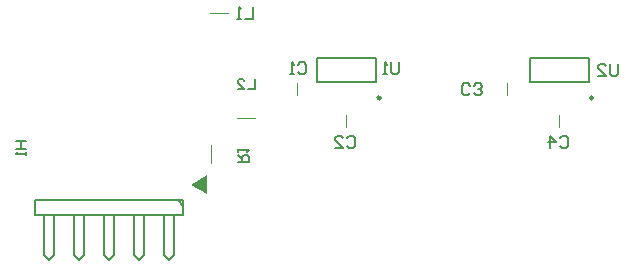
<source format=gbo>
G04 Layer_Color=32896*
%FSLAX23Y23*%
%MOIN*%
G70*
G01*
G75*
%ADD24C,0.008*%
%ADD25C,0.005*%
%ADD38C,0.010*%
%ADD39C,0.004*%
G36*
X-1173Y-675D02*
X-1227Y-645D01*
X-1173Y-610D01*
Y-675D01*
D02*
G37*
D24*
X-1253Y-745D02*
Y-695D01*
X-1746Y-745D02*
X-1253D01*
X-1746D02*
Y-695D01*
X-1283Y-878D02*
Y-745D01*
X-1300Y-895D02*
X-1283Y-878D01*
X-1317D02*
X-1300Y-895D01*
X-1317Y-878D02*
Y-745D01*
X-1383Y-878D02*
Y-745D01*
X-1400Y-895D02*
X-1383Y-878D01*
X-1417D02*
X-1400Y-895D01*
X-1417Y-878D02*
Y-745D01*
X-1483Y-878D02*
Y-745D01*
X-1500Y-895D02*
X-1483Y-878D01*
X-1517D02*
X-1500Y-895D01*
X-1517Y-878D02*
Y-745D01*
X-1583Y-878D02*
Y-745D01*
X-1600Y-895D02*
X-1583Y-878D01*
X-1617D02*
X-1600Y-895D01*
X-1617Y-878D02*
Y-745D01*
X-1683Y-878D02*
Y-745D01*
X-1700Y-895D02*
X-1683Y-878D01*
X-1717D02*
X-1700Y-895D01*
X-1717Y-878D02*
Y-745D01*
X-1746Y-695D02*
X-1253D01*
X-1270D02*
X-1253Y-712D01*
X-98Y-299D02*
X98D01*
X-98Y-221D02*
X98D01*
Y-299D02*
Y-221D01*
X-98Y-299D02*
Y-221D01*
X-807Y-299D02*
Y-221D01*
X-610Y-299D02*
Y-221D01*
X-807D02*
X-610D01*
X-807Y-299D02*
X-610D01*
D25*
X-1811Y-498D02*
X-1776D01*
X-1794D01*
Y-522D01*
X-1811D01*
X-1776D01*
Y-533D02*
Y-545D01*
Y-539D01*
X-1811D01*
X-1806Y-533D01*
X-1014Y-290D02*
Y-325D01*
X-1037D01*
X-1072D02*
X-1049D01*
X-1072Y-302D01*
Y-296D01*
X-1067Y-290D01*
X-1055D01*
X-1049Y-296D01*
X-1020Y-50D02*
Y-90D01*
X-1047D01*
X-1060D02*
X-1073D01*
X-1067D01*
Y-50D01*
X-1060Y-57D01*
X-707Y-487D02*
X-700Y-480D01*
X-687D01*
X-680Y-487D01*
Y-513D01*
X-687Y-520D01*
X-700D01*
X-707Y-513D01*
X-747Y-520D02*
X-720D01*
X-747Y-493D01*
Y-487D01*
X-740Y-480D01*
X-727D01*
X-720Y-487D01*
X-872Y-242D02*
X-865Y-235D01*
X-852D01*
X-845Y-242D01*
Y-268D01*
X-852Y-275D01*
X-865D01*
X-872Y-268D01*
X-885Y-275D02*
X-898D01*
X-892D01*
Y-235D01*
X-885Y-242D01*
X-298Y-338D02*
X-305Y-345D01*
X-318D01*
X-325Y-338D01*
Y-312D01*
X-318Y-305D01*
X-305D01*
X-298Y-312D01*
X-285Y-338D02*
X-278Y-345D01*
X-265D01*
X-258Y-338D01*
Y-332D01*
X-265Y-325D01*
X-272D01*
X-265D01*
X-258Y-318D01*
Y-312D01*
X-265Y-305D01*
X-278D01*
X-285Y-312D01*
X3Y-487D02*
X10Y-480D01*
X23D01*
X30Y-487D01*
Y-513D01*
X23Y-520D01*
X10D01*
X3Y-513D01*
X-30Y-520D02*
Y-480D01*
X-10Y-500D01*
X-37D01*
X-535Y-235D02*
Y-268D01*
X-542Y-275D01*
X-555D01*
X-562Y-268D01*
Y-235D01*
X-575Y-275D02*
X-588D01*
X-582D01*
Y-235D01*
X-575Y-242D01*
X195Y-240D02*
Y-273D01*
X188Y-280D01*
X175D01*
X168Y-273D01*
Y-240D01*
X128Y-280D02*
X155D01*
X128Y-253D01*
Y-247D01*
X135Y-240D01*
X148D01*
X155Y-247D01*
X-1069Y-568D02*
X-1034D01*
Y-551D01*
X-1039Y-545D01*
X-1051D01*
X-1057Y-551D01*
Y-568D01*
Y-557D02*
X-1069Y-545D01*
Y-534D02*
Y-522D01*
Y-528D01*
X-1034D01*
X-1039Y-534D01*
D38*
X113Y-353D02*
G03*
X113Y-353I-5J0D01*
G01*
X-595D02*
G03*
X-595Y-353I-5J0D01*
G01*
D39*
X-1075Y-420D02*
X-1015D01*
X-1165Y-70D02*
X-1105D01*
X0Y-450D02*
Y-410D01*
X-709Y-450D02*
Y-410D01*
X-875Y-345D02*
Y-305D01*
X-175Y-345D02*
Y-305D01*
X-1160Y-570D02*
Y-510D01*
M02*

</source>
